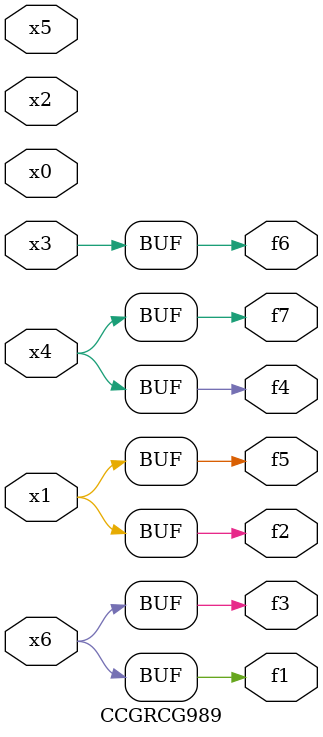
<source format=v>
module CCGRCG989(
	input x0, x1, x2, x3, x4, x5, x6,
	output f1, f2, f3, f4, f5, f6, f7
);
	assign f1 = x6;
	assign f2 = x1;
	assign f3 = x6;
	assign f4 = x4;
	assign f5 = x1;
	assign f6 = x3;
	assign f7 = x4;
endmodule

</source>
